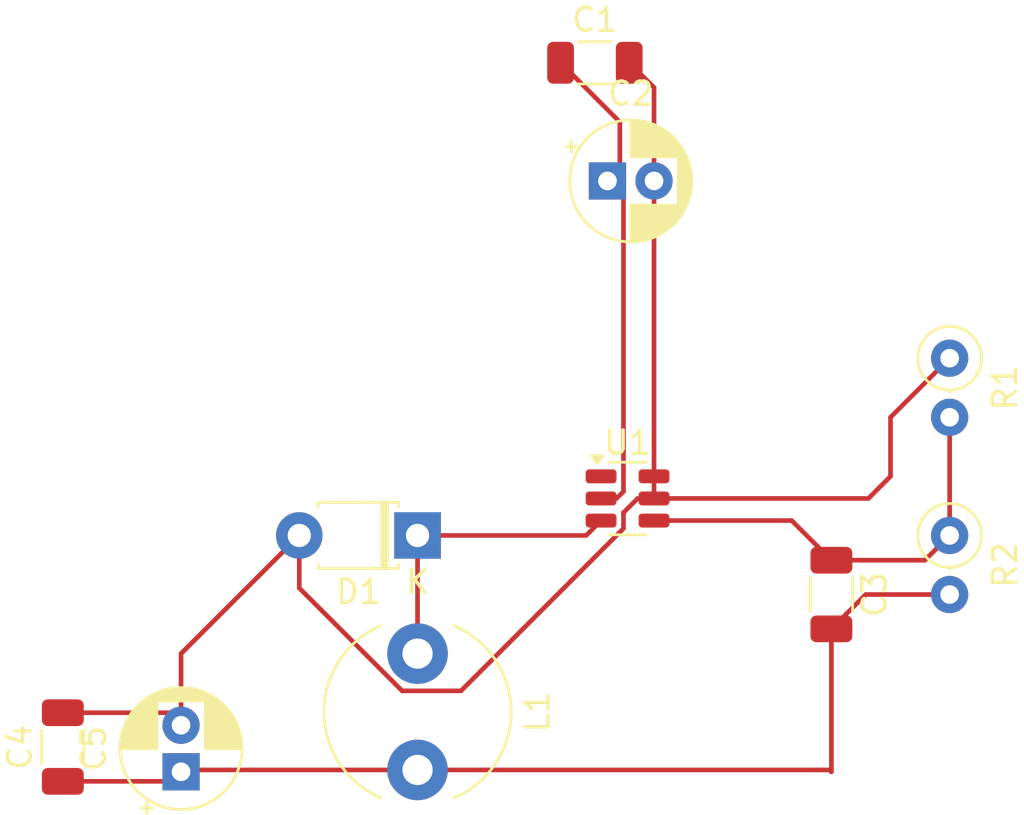
<source format=kicad_pcb>
(kicad_pcb (version 20221018) (generator pcbnew)
  (layers (0 "F.Cu" signal) (31 "B.Cu" signal) (34 "B.Paste" user) (35 "F.Paste" user) (36 "B.SilkS" user "B.Silkscreen") (37 "F.SilkS" user "F.Silkscreen") (38 "B.Mask" user) (39 "F.Mask" user) (44 "Edge.Cuts" user))
  (net 0 "")
  (net 1 "Net-(U1-VIN)")
  (net 2 "0")
  (net 3 "Net-(U1-FB)")
  (net 4 "Net-(C3-Pad2)")
  (net 5 "Net-(D1-K)")
  (net 6 "Net-(U1-SHDN)")
  (footprint "Capacitor_THT:CP_Radial_D5.0mm_P2.00mm" (layer "F.Cu") (at 157.48 106.68 90)
    (fp_text reference "C5" (at 1 -3.75 90) (layer "F.SilkS"))
    (fp_text value "100u")
    (fp_line (start -1.804775 -1.475) (end -1.304775 -1.475) (stroke (width 0.12)) (layer "F.SilkS"))
    (fp_line (start -1.554775 -1.725) (end -1.554775 -1.225) (stroke (width 0.12)) (layer "F.SilkS"))
    (fp_line (start 1 -2.58) (end 1 -1.04) (stroke (width 0.12)) (layer "F.SilkS"))
    (fp_line (start 1 1.04) (end 1 2.58) (stroke (width 0.12)) (layer "F.SilkS"))
    (fp_line (start 1.04 -2.58) (end 1.04 -1.04) (stroke (width 0.12)) (layer "F.SilkS"))
    (fp_line (start 1.04 1.04) (end 1.04 2.58) (stroke (width 0.12)) (layer "F.SilkS"))
    (fp_line (start 1.08 -2.579) (end 1.08 -1.04) (stroke (width 0.12)) (layer "F.SilkS"))
    (fp_line (start 1.08 1.04) (end 1.08 2.579) (stroke (width 0.12)) (layer "F.SilkS"))
    (fp_line (start 1.12 -2.578) (end 1.12 -1.04) (stroke (width 0.12)) (layer "F.SilkS"))
    (fp_line (start 1.12 1.04) (end 1.12 2.578) (stroke (width 0.12)) (layer "F.SilkS"))
    (fp_line (start 1.16 -2.576) (end 1.16 -1.04) (stroke (width 0.12)) (layer "F.SilkS"))
    (fp_line (start 1.16 1.04) (end 1.16 2.576) (stroke (width 0.12)) (layer "F.SilkS"))
    (fp_line (start 1.2 -2.573) (end 1.2 -1.04) (stroke (width 0.12)) (layer "F.SilkS"))
    (fp_line (start 1.2 1.04) (end 1.2 2.573) (stroke (width 0.12)) (layer "F.SilkS"))
    (fp_line (start 1.24 -2.569) (end 1.24 -1.04) (stroke (width 0.12)) (layer "F.SilkS"))
    (fp_line (start 1.24 1.04) (end 1.24 2.569) (stroke (width 0.12)) (layer "F.SilkS"))
    (fp_line (start 1.28 -2.565) (end 1.28 -1.04) (stroke (width 0.12)) (layer "F.SilkS"))
    (fp_line (start 1.28 1.04) (end 1.28 2.565) (stroke (width 0.12)) (layer "F.SilkS"))
    (fp_line (start 1.32 -2.561) (end 1.32 -1.04) (stroke (width 0.12)) (layer "F.SilkS"))
    (fp_line (start 1.32 1.04) (end 1.32 2.561) (stroke (width 0.12)) (layer "F.SilkS"))
    (fp_line (start 1.36 -2.556) (end 1.36 -1.04) (stroke (width 0.12)) (layer "F.SilkS"))
    (fp_line (start 1.36 1.04) (end 1.36 2.556) (stroke (width 0.12)) (layer "F.SilkS"))
    (fp_line (start 1.4 -2.55) (end 1.4 -1.04) (stroke (width 0.12)) (layer "F.SilkS"))
    (fp_line (start 1.4 1.04) (end 1.4 2.55) (stroke (width 0.12)) (layer "F.SilkS"))
    (fp_line (start 1.44 -2.543) (end 1.44 -1.04) (stroke (width 0.12)) (layer "F.SilkS"))
    (fp_line (start 1.44 1.04) (end 1.44 2.543) (stroke (width 0.12)) (layer "F.SilkS"))
    (fp_line (start 1.48 -2.536) (end 1.48 -1.04) (stroke (width 0.12)) (layer "F.SilkS"))
    (fp_line (start 1.48 1.04) (end 1.48 2.536) (stroke (width 0.12)) (layer "F.SilkS"))
    (fp_line (start 1.52 -2.528) (end 1.52 -1.04) (stroke (width 0.12)) (layer "F.SilkS"))
    (fp_line (start 1.52 1.04) (end 1.52 2.528) (stroke (width 0.12)) (layer "F.SilkS"))
    (fp_line (start 1.56 -2.52) (end 1.56 -1.04) (stroke (width 0.12)) (layer "F.SilkS"))
    (fp_line (start 1.56 1.04) (end 1.56 2.52) (stroke (width 0.12)) (layer "F.SilkS"))
    (fp_line (start 1.6 -2.511) (end 1.6 -1.04) (stroke (width 0.12)) (layer "F.SilkS"))
    (fp_line (start 1.6 1.04) (end 1.6 2.511) (stroke (width 0.12)) (layer "F.SilkS"))
    (fp_line (start 1.64 -2.501) (end 1.64 -1.04) (stroke (width 0.12)) (layer "F.SilkS"))
    (fp_line (start 1.64 1.04) (end 1.64 2.501) (stroke (width 0.12)) (layer "F.SilkS"))
    (fp_line (start 1.68 -2.491) (end 1.68 -1.04) (stroke (width 0.12)) (layer "F.SilkS"))
    (fp_line (start 1.68 1.04) (end 1.68 2.491) (stroke (width 0.12)) (layer "F.SilkS"))
    (fp_line (start 1.721 -2.48) (end 1.721 -1.04) (stroke (width 0.12)) (layer "F.SilkS"))
    (fp_line (start 1.721 1.04) (end 1.721 2.48) (stroke (width 0.12)) (layer "F.SilkS"))
    (fp_line (start 1.761 -2.468) (end 1.761 -1.04) (stroke (width 0.12)) (layer "F.SilkS"))
    (fp_line (start 1.761 1.04) (end 1.761 2.468) (stroke (width 0.12)) (layer "F.SilkS"))
    (fp_line (start 1.801 -2.455) (end 1.801 -1.04) (stroke (width 0.12)) (layer "F.SilkS"))
    (fp_line (start 1.801 1.04) (end 1.801 2.455) (stroke (width 0.12)) (layer "F.SilkS"))
    (fp_line (start 1.841 -2.442) (end 1.841 -1.04) (stroke (width 0.12)) (layer "F.SilkS"))
    (fp_line (start 1.841 1.04) (end 1.841 2.442) (stroke (width 0.12)) (layer "F.SilkS"))
    (fp_line (start 1.881 -2.428) (end 1.881 -1.04) (stroke (width 0.12)) (layer "F.SilkS"))
    (fp_line (start 1.881 1.04) (end 1.881 2.428) (stroke (width 0.12)) (layer "F.SilkS"))
    (fp_line (start 1.921 -2.414) (end 1.921 -1.04) (stroke (width 0.12)) (layer "F.SilkS"))
    (fp_line (start 1.921 1.04) (end 1.921 2.414) (stroke (width 0.12)) (layer "F.SilkS"))
    (fp_line (start 1.961 -2.398) (end 1.961 -1.04) (stroke (width 0.12)) (layer "F.SilkS"))
    (fp_line (start 1.961 1.04) (end 1.961 2.398) (stroke (width 0.12)) (layer "F.SilkS"))
    (fp_line (start 2.001 -2.382) (end 2.001 -1.04) (stroke (width 0.12)) (layer "F.SilkS"))
    (fp_line (start 2.001 1.04) (end 2.001 2.382) (stroke (width 0.12)) (layer "F.SilkS"))
    (fp_line (start 2.041 -2.365) (end 2.041 -1.04) (stroke (width 0.12)) (layer "F.SilkS"))
    (fp_line (start 2.041 1.04) (end 2.041 2.365) (stroke (width 0.12)) (layer "F.SilkS"))
    (fp_line (start 2.081 -2.348) (end 2.081 -1.04) (stroke (width 0.12)) (layer "F.SilkS"))
    (fp_line (start 2.081 1.04) (end 2.081 2.348) (stroke (width 0.12)) (layer "F.SilkS"))
    (fp_line (start 2.121 -2.329) (end 2.121 -1.04) (stroke (width 0.12)) (layer "F.SilkS"))
    (fp_line (start 2.121 1.04) (end 2.121 2.329) (stroke (width 0.12)) (layer "F.SilkS"))
    (fp_line (start 2.161 -2.31) (end 2.161 -1.04) (stroke (width 0.12)) (layer "F.SilkS"))
    (fp_line (start 2.161 1.04) (end 2.161 2.31) (stroke (width 0.12)) (layer "F.SilkS"))
    (fp_line (start 2.201 -2.29) (end 2.201 -1.04) (stroke (width 0.12)) (layer "F.SilkS"))
    (fp_line (start 2.201 1.04) (end 2.201 2.29) (stroke (width 0.12)) (layer "F.SilkS"))
    (fp_line (start 2.241 -2.268) (end 2.241 -1.04) (stroke (width 0.12)) (layer "F.SilkS"))
    (fp_line (start 2.241 1.04) (end 2.241 2.268) (stroke (width 0.12)) (layer "F.SilkS"))
    (fp_line (start 2.281 -2.247) (end 2.281 -1.04) (stroke (width 0.12)) (layer "F.SilkS"))
    (fp_line (start 2.281 1.04) (end 2.281 2.247) (stroke (width 0.12)) (layer "F.SilkS"))
    (fp_line (start 2.321 -2.224) (end 2.321 -1.04) (stroke (width 0.12)) (layer "F.SilkS"))
    (fp_line (start 2.321 1.04) (end 2.321 2.224) (stroke (width 0.12)) (layer "F.SilkS"))
    (fp_line (start 2.361 -2.2) (end 2.361 -1.04) (stroke (width 0.12)) (layer "F.SilkS"))
    (fp_line (start 2.361 1.04) (end 2.361 2.2) (stroke (width 0.12)) (layer "F.SilkS"))
    (fp_line (start 2.401 -2.175) (end 2.401 -1.04) (stroke (width 0.12)) (layer "F.SilkS"))
    (fp_line (start 2.401 1.04) (end 2.401 2.175) (stroke (width 0.12)) (layer "F.SilkS"))
    (fp_line (start 2.441 -2.149) (end 2.441 -1.04) (stroke (width 0.12)) (layer "F.SilkS"))
    (fp_line (start 2.441 1.04) (end 2.441 2.149) (stroke (width 0.12)) (layer "F.SilkS"))
    (fp_line (start 2.481 -2.122) (end 2.481 -1.04) (stroke (width 0.12)) (layer "F.SilkS"))
    (fp_line (start 2.481 1.04) (end 2.481 2.122) (stroke (width 0.12)) (layer "F.SilkS"))
    (fp_line (start 2.521 -2.095) (end 2.521 -1.04) (stroke (width 0.12)) (layer "F.SilkS"))
    (fp_line (start 2.521 1.04) (end 2.521 2.095) (stroke (width 0.12)) (layer "F.SilkS"))
    (fp_line (start 2.561 -2.065) (end 2.561 -1.04) (stroke (width 0.12)) (layer "F.SilkS"))
    (fp_line (start 2.561 1.04) (end 2.561 2.065) (stroke (width 0.12)) (layer "F.SilkS"))
    (fp_line (start 2.601 -2.035) (end 2.601 -1.04) (stroke (width 0.12)) (layer "F.SilkS"))
    (fp_line (start 2.601 1.04) (end 2.601 2.035) (stroke (width 0.12)) (layer "F.SilkS"))
    (fp_line (start 2.641 -2.004) (end 2.641 -1.04) (stroke (width 0.12)) (layer "F.SilkS"))
    (fp_line (start 2.641 1.04) (end 2.641 2.004) (stroke (width 0.12)) (layer "F.SilkS"))
    (fp_line (start 2.681 -1.971) (end 2.681 -1.04) (stroke (width 0.12)) (layer "F.SilkS"))
    (fp_line (start 2.681 1.04) (end 2.681 1.971) (stroke (width 0.12)) (layer "F.SilkS"))
    (fp_line (start 2.721 -1.937) (end 2.721 -1.04) (stroke (width 0.12)) (layer "F.SilkS"))
    (fp_line (start 2.721 1.04) (end 2.721 1.937) (stroke (width 0.12)) (layer "F.SilkS"))
    (fp_line (start 2.761 -1.901) (end 2.761 -1.04) (stroke (width 0.12)) (layer "F.SilkS"))
    (fp_line (start 2.761 1.04) (end 2.761 1.901) (stroke (width 0.12)) (layer "F.SilkS"))
    (fp_line (start 2.801 -1.864) (end 2.801 -1.04) (stroke (width 0.12)) (layer "F.SilkS"))
    (fp_line (start 2.801 1.04) (end 2.801 1.864) (stroke (width 0.12)) (layer "F.SilkS"))
    (fp_line (start 2.841 -1.826) (end 2.841 -1.04) (stroke (width 0.12)) (layer "F.SilkS"))
    (fp_line (start 2.841 1.04) (end 2.841 1.826) (stroke (width 0.12)) (layer "F.SilkS"))
    (fp_line (start 2.881 -1.785) (end 2.881 -1.04) (stroke (width 0.12)) (layer "F.SilkS"))
    (fp_line (start 2.881 1.04) (end 2.881 1.785) (stroke (width 0.12)) (layer "F.SilkS"))
    (fp_line (start 2.921 -1.743) (end 2.921 -1.04) (stroke (width 0.12)) (layer "F.SilkS"))
    (fp_line (start 2.921 1.04) (end 2.921 1.743) (stroke (width 0.12)) (layer "F.SilkS"))
    (fp_line (start 2.961 -1.699) (end 2.961 -1.04) (stroke (width 0.12)) (layer "F.SilkS"))
    (fp_line (start 2.961 1.04) (end 2.961 1.699) (stroke (width 0.12)) (layer "F.SilkS"))
    (fp_line (start 3.001 -1.653) (end 3.001 -1.04) (stroke (width 0.12)) (layer "F.SilkS"))
    (fp_line (start 3.001 1.04) (end 3.001 1.653) (stroke (width 0.12)) (layer "F.SilkS"))
    (fp_line (start 3.041 -1.605) (end 3.041 1.605) (stroke (width 0.12)) (layer "F.SilkS"))
    (fp_line (start 3.081 -1.554) (end 3.081 1.554) (stroke (width 0.12)) (layer "F.SilkS"))
    (fp_line (start 3.121 -1.5) (end 3.121 1.5) (stroke (width 0.12)) (layer "F.SilkS"))
    (fp_line (start 3.161 -1.443) (end 3.161 1.443) (stroke (width 0.12)) (layer "F.SilkS"))
    (fp_line (start 3.201 -1.383) (end 3.201 1.383) (stroke (width 0.12)) (layer "F.SilkS"))
    (fp_line (start 3.241 -1.319) (end 3.241 1.319) (stroke (width 0.12)) (layer "F.SilkS"))
    (fp_line (start 3.281 -1.251) (end 3.281 1.251) (stroke (width 0.12)) (layer "F.SilkS"))
    (fp_line (start 3.321 -1.178) (end 3.321 1.178) (stroke (width 0.12)) (layer "F.SilkS"))
    (fp_line (start 3.361 -1.098) (end 3.361 1.098) (stroke (width 0.12)) (layer "F.SilkS"))
    (fp_line (start 3.401 -1.011) (end 3.401 1.011) (stroke (width 0.12)) (layer "F.SilkS"))
    (fp_line (start 3.441 -0.915) (end 3.441 0.915) (stroke (width 0.12)) (layer "F.SilkS"))
    (fp_line (start 3.481 -0.805) (end 3.481 0.805) (stroke (width 0.12)) (layer "F.SilkS"))
    (fp_line (start 3.521 -0.677) (end 3.521 0.677) (stroke (width 0.12)) (layer "F.SilkS"))
    (fp_line (start 3.561 -0.518) (end 3.561 0.518) (stroke (width 0.12)) (layer "F.SilkS"))
    (fp_line (start 3.601 -0.284) (end 3.601 0.284) (stroke (width 0.12)) (layer "F.SilkS"))
    (fp_circle (center 1 0) (end 3.62 0) (stroke (width 0.12)) (fill none) (layer "F.SilkS"))
    (pad "1" thru_hole rect (at 0 0 90) (size 1.6 1.6) (drill 0.8) (layers "*.Cu" "*.Mask") (net 4 "Net-(C3-Pad2)"))
    (pad "2" thru_hole circle (at 2 0 90) (size 1.6 1.6) (drill 0.8) (layers "*.Cu" "*.Mask") (net 2 "0"))
  )
  (footprint "Package_TO_SOT_SMD:TSOT-23-6" (layer "F.Cu") (at 176.6625 94.93)
    (fp_text reference "U1" (at 0 -2.4) (layer "F.SilkS"))
    (fp_text value "NJW1616")
    (fp_line (start 0 -1.56) (end -0.8 -1.56) (stroke (width 0.12)) (layer "F.SilkS"))
    (fp_line (start 0 -1.56) (end 0.8 -1.56) (stroke (width 0.12)) (layer "F.SilkS"))
    (fp_line (start 0 1.56) (end -0.8 1.56) (stroke (width 0.12)) (layer "F.SilkS"))
    (fp_line (start 0 1.56) (end 0.8 1.56) (stroke (width 0.12)) (layer "F.SilkS"))
    (fp_poly (pts (xy -1.3 -1.51) (xy -1.54 -1.84) (xy -1.06 -1.84) (xy -1.3 -1.51)) (stroke (width 0.12)) (fill solid) (layer "F.SilkS"))
    (pad "1" smd roundrect (at -1.1375 -0.95) (size 1.325 0.6) (layers "F.Cu" "F.Paste" "F.Mask") (net 6 "Net-(U1-SHDN)"))
    (pad "2" smd roundrect (at -1.1375 0) (size 1.325 0.6) (layers "F.Cu" "F.Paste" "F.Mask") (net 1 "Net-(U1-VIN)"))
    (pad "3" smd roundrect (at -1.1375 0.95) (size 1.325 0.6) (layers "F.Cu" "F.Paste" "F.Mask") (net 5 "Net-(D1-K)"))
    (pad "4" smd roundrect (at 1.1375 0.95) (size 1.325 0.6) (layers "F.Cu" "F.Paste" "F.Mask") (net 3 "Net-(U1-FB)"))
    (pad "5" smd roundrect (at 1.1375 0) (size 1.325 0.6) (layers "F.Cu" "F.Paste" "F.Mask") (net 2 "0"))
    (pad "6" smd roundrect (at 1.1375 -0.95) (size 1.325 0.6) (layers "F.Cu" "F.Paste" "F.Mask") (net 2 "0"))
  )
  (footprint "Diode_THT:D_T-1_P5.08mm_Horizontal" (layer "F.Cu") (at 167.64 96.52 180)
    (fp_text reference "D1" (at 2.54 -2.42) (layer "F.SilkS"))
    (fp_text value "1S4")
    (fp_text user "K" (at 0 -2) (layer "F.SilkS"))
    (fp_line (start 0.82 -1.42) (end 4.26 -1.42) (stroke (width 0.12)) (layer "F.SilkS"))
    (fp_line (start 0.82 -1.24) (end 0.82 -1.42) (stroke (width 0.12)) (layer "F.SilkS"))
    (fp_line (start 0.82 1.24) (end 0.82 1.42) (stroke (width 0.12)) (layer "F.SilkS"))
    (fp_line (start 0.82 1.42) (end 4.26 1.42) (stroke (width 0.12)) (layer "F.SilkS"))
    (fp_line (start 1.3 -1.42) (end 1.3 1.42) (stroke (width 0.12)) (layer "F.SilkS"))
    (fp_line (start 1.42 -1.42) (end 1.42 1.42) (stroke (width 0.12)) (layer "F.SilkS"))
    (fp_line (start 1.54 -1.42) (end 1.54 1.42) (stroke (width 0.12)) (layer "F.SilkS"))
    (fp_line (start 4.26 -1.42) (end 4.26 -1.24) (stroke (width 0.12)) (layer "F.SilkS"))
    (fp_line (start 4.26 1.42) (end 4.26 1.24) (stroke (width 0.12)) (layer "F.SilkS"))
    (pad "1" thru_hole rect (at 0 0 180) (size 2 2) (drill 1) (layers "*.Cu" "*.Mask") (net 5 "Net-(D1-K)"))
    (pad "2" thru_hole oval (at 5.08 0 180) (size 2 2) (drill 1) (layers "*.Cu" "*.Mask") (net 2 "0"))
  )
  (footprint "Resistor_THT:R_Axial_DIN0207_L6.3mm_D2.5mm_P2.54mm_Vertical" (layer "F.Cu") (at 190.5 96.52 -90)
    (fp_text reference "R2" (at 1.27 -2.37 90) (layer "F.SilkS"))
    (fp_text value "8.2k")
    (fp_line (start 1.37 0) (end 1.44 0) (stroke (width 0.12)) (layer "F.SilkS"))
    (fp_circle (center 0 0) (end 1.37 0) (stroke (width 0.12)) (fill none) (layer "F.SilkS"))
    (pad "1" thru_hole circle (at 0 0 270) (size 1.6 1.6) (drill 0.8) (layers "*.Cu" "*.Mask") (net 3 "Net-(U1-FB)"))
    (pad "2" thru_hole oval (at 2.54 0 270) (size 1.6 1.6) (drill 0.8) (layers "*.Cu" "*.Mask") (net 4 "Net-(C3-Pad2)"))
  )
  (footprint "Resistor_THT:R_Axial_DIN0207_L6.3mm_D2.5mm_P2.54mm_Vertical" (layer "F.Cu") (at 190.5 88.9 -90)
    (fp_text reference "R1" (at 1.27 -2.37 90) (layer "F.SilkS"))
    (fp_text value "4.7k")
    (fp_line (start 1.37 0) (end 1.44 0) (stroke (width 0.12)) (layer "F.SilkS"))
    (fp_circle (center 0 0) (end 1.37 0) (stroke (width 0.12)) (fill none) (layer "F.SilkS"))
    (pad "1" thru_hole circle (at 0 0 270) (size 1.6 1.6) (drill 0.8) (layers "*.Cu" "*.Mask") (net 2 "0"))
    (pad "2" thru_hole oval (at 2.54 0 270) (size 1.6 1.6) (drill 0.8) (layers "*.Cu" "*.Mask") (net 3 "Net-(U1-FB)"))
  )
  (footprint "Capacitor_SMD:C_1206_3216Metric" (layer "F.Cu") (at 152.4 105.615 90)
    (fp_text reference "C4" (at 0 -1.85 90) (layer "F.SilkS"))
    (fp_text value "10u")
    (fp_line (start -0.711252 -0.91) (end 0.711252 -0.91) (stroke (width 0.12)) (layer "F.SilkS"))
    (fp_line (start -0.711252 0.91) (end 0.711252 0.91) (stroke (width 0.12)) (layer "F.SilkS"))
    (pad "1" smd roundrect (at -1.475 0 90) (size 1.15 1.8) (layers "F.Cu" "F.Paste" "F.Mask") (roundrect_rratio 0.217391) (net 4 "Net-(C3-Pad2)"))
    (pad "2" smd roundrect (at 1.475 0 90) (size 1.15 1.8) (layers "F.Cu" "F.Paste" "F.Mask") (roundrect_rratio 0.217391) (net 2 "0"))
  )
  (footprint "Capacitor_SMD:C_1206_3216Metric" (layer "F.Cu") (at 185.42 99.06 -90)
    (fp_text reference "C3" (at 0 -1.85 90) (layer "F.SilkS"))
    (fp_text value "1u")
    (fp_line (start -0.711252 -0.91) (end 0.711252 -0.91) (stroke (width 0.12)) (layer "F.SilkS"))
    (fp_line (start -0.711252 0.91) (end 0.711252 0.91) (stroke (width 0.12)) (layer "F.SilkS"))
    (pad "1" smd roundrect (at -1.475 0 270) (size 1.15 1.8) (layers "F.Cu" "F.Paste" "F.Mask") (roundrect_rratio 0.217391) (net 3 "Net-(U1-FB)"))
    (pad "2" smd roundrect (at 1.475 0 270) (size 1.15 1.8) (layers "F.Cu" "F.Paste" "F.Mask") (roundrect_rratio 0.217391) (net 4 "Net-(C3-Pad2)"))
  )
  (footprint "Capacitor_SMD:C_1206_3216Metric" (layer "F.Cu") (at 175.26 76.2)
    (fp_text reference "C1" (at 0 -1.85) (layer "F.SilkS"))
    (fp_text value "10u")
    (fp_line (start -0.711252 -0.91) (end 0.711252 -0.91) (stroke (width 0.12)) (layer "F.SilkS"))
    (fp_line (start -0.711252 0.91) (end 0.711252 0.91) (stroke (width 0.12)) (layer "F.SilkS"))
    (pad "1" smd roundrect (at -1.475 0) (size 1.15 1.8) (layers "F.Cu" "F.Paste" "F.Mask") (roundrect_rratio 0.217391) (net 1 "Net-(U1-VIN)"))
    (pad "2" smd roundrect (at 1.475 0) (size 1.15 1.8) (layers "F.Cu" "F.Paste" "F.Mask") (roundrect_rratio 0.217391) (net 2 "0"))
  )
  (footprint "Inductor_THT:L_Radial_D7.8mm_P5.00mm_Fastron_07HCP" (layer "F.Cu") (at 167.64 101.6 -90)
    (fp_text reference "L1" (at 2.5 -5.15 90) (layer "F.SilkS"))
    (fp_text value "47u")
    (fp_arc (start -1.20497 -1.56) (mid 2.5 -4.02) (end 6.20497 -1.56) (stroke (width 0.12)) (layer "F.SilkS"))
    (fp_arc (start 6.20497 1.56) (mid 2.5 4.02) (end -1.20497 1.56) (stroke (width 0.12)) (layer "F.SilkS"))
    (pad "1" thru_hole circle (at 0 0 270) (size 2.6 2.6) (drill 1.3) (layers "*.Cu" "*.Mask") (net 5 "Net-(D1-K)"))
    (pad "2" thru_hole circle (at 5 0 270) (size 2.6 2.6) (drill 1.3) (layers "*.Cu" "*.Mask") (net 4 "Net-(C3-Pad2)"))
  )
  (footprint "Capacitor_THT:CP_Radial_D5.0mm_P2.00mm" (layer "F.Cu") (at 175.8 81.28)
    (fp_text reference "C2" (at 1 -3.75) (layer "F.SilkS"))
    (fp_text value "100u")
    (fp_line (start -1.804775 -1.475) (end -1.304775 -1.475) (stroke (width 0.12)) (layer "F.SilkS"))
    (fp_line (start -1.554775 -1.725) (end -1.554775 -1.225) (stroke (width 0.12)) (layer "F.SilkS"))
    (fp_line (start 1 -2.58) (end 1 -1.04) (stroke (width 0.12)) (layer "F.SilkS"))
    (fp_line (start 1 1.04) (end 1 2.58) (stroke (width 0.12)) (layer "F.SilkS"))
    (fp_line (start 1.04 -2.58) (end 1.04 -1.04) (stroke (width 0.12)) (layer "F.SilkS"))
    (fp_line (start 1.04 1.04) (end 1.04 2.58) (stroke (width 0.12)) (layer "F.SilkS"))
    (fp_line (start 1.08 -2.579) (end 1.08 -1.04) (stroke (width 0.12)) (layer "F.SilkS"))
    (fp_line (start 1.08 1.04) (end 1.08 2.579) (stroke (width 0.12)) (layer "F.SilkS"))
    (fp_line (start 1.12 -2.578) (end 1.12 -1.04) (stroke (width 0.12)) (layer "F.SilkS"))
    (fp_line (start 1.12 1.04) (end 1.12 2.578) (stroke (width 0.12)) (layer "F.SilkS"))
    (fp_line (start 1.16 -2.576) (end 1.16 -1.04) (stroke (width 0.12)) (layer "F.SilkS"))
    (fp_line (start 1.16 1.04) (end 1.16 2.576) (stroke (width 0.12)) (layer "F.SilkS"))
    (fp_line (start 1.2 -2.573) (end 1.2 -1.04) (stroke (width 0.12)) (layer "F.SilkS"))
    (fp_line (start 1.2 1.04) (end 1.2 2.573) (stroke (width 0.12)) (layer "F.SilkS"))
    (fp_line (start 1.24 -2.569) (end 1.24 -1.04) (stroke (width 0.12)) (layer "F.SilkS"))
    (fp_line (start 1.24 1.04) (end 1.24 2.569) (stroke (width 0.12)) (layer "F.SilkS"))
    (fp_line (start 1.28 -2.565) (end 1.28 -1.04) (stroke (width 0.12)) (layer "F.SilkS"))
    (fp_line (start 1.28 1.04) (end 1.28 2.565) (stroke (width 0.12)) (layer "F.SilkS"))
    (fp_line (start 1.32 -2.561) (end 1.32 -1.04) (stroke (width 0.12)) (layer "F.SilkS"))
    (fp_line (start 1.32 1.04) (end 1.32 2.561) (stroke (width 0.12)) (layer "F.SilkS"))
    (fp_line (start 1.36 -2.556) (end 1.36 -1.04) (stroke (width 0.12)) (layer "F.SilkS"))
    (fp_line (start 1.36 1.04) (end 1.36 2.556) (stroke (width 0.12)) (layer "F.SilkS"))
    (fp_line (start 1.4 -2.55) (end 1.4 -1.04) (stroke (width 0.12)) (layer "F.SilkS"))
    (fp_line (start 1.4 1.04) (end 1.4 2.55) (stroke (width 0.12)) (layer "F.SilkS"))
    (fp_line (start 1.44 -2.543) (end 1.44 -1.04) (stroke (width 0.12)) (layer "F.SilkS"))
    (fp_line (start 1.44 1.04) (end 1.44 2.543) (stroke (width 0.12)) (layer "F.SilkS"))
    (fp_line (start 1.48 -2.536) (end 1.48 -1.04) (stroke (width 0.12)) (layer "F.SilkS"))
    (fp_line (start 1.48 1.04) (end 1.48 2.536) (stroke (width 0.12)) (layer "F.SilkS"))
    (fp_line (start 1.52 -2.528) (end 1.52 -1.04) (stroke (width 0.12)) (layer "F.SilkS"))
    (fp_line (start 1.52 1.04) (end 1.52 2.528) (stroke (width 0.12)) (layer "F.SilkS"))
    (fp_line (start 1.56 -2.52) (end 1.56 -1.04) (stroke (width 0.12)) (layer "F.SilkS"))
    (fp_line (start 1.56 1.04) (end 1.56 2.52) (stroke (width 0.12)) (layer "F.SilkS"))
    (fp_line (start 1.6 -2.511) (end 1.6 -1.04) (stroke (width 0.12)) (layer "F.SilkS"))
    (fp_line (start 1.6 1.04) (end 1.6 2.511) (stroke (width 0.12)) (layer "F.SilkS"))
    (fp_line (start 1.64 -2.501) (end 1.64 -1.04) (stroke (width 0.12)) (layer "F.SilkS"))
    (fp_line (start 1.64 1.04) (end 1.64 2.501) (stroke (width 0.12)) (layer "F.SilkS"))
    (fp_line (start 1.68 -2.491) (end 1.68 -1.04) (stroke (width 0.12)) (layer "F.SilkS"))
    (fp_line (start 1.68 1.04) (end 1.68 2.491) (stroke (width 0.12)) (layer "F.SilkS"))
    (fp_line (start 1.721 -2.48) (end 1.721 -1.04) (stroke (width 0.12)) (layer "F.SilkS"))
    (fp_line (start 1.721 1.04) (end 1.721 2.48) (stroke (width 0.12)) (layer "F.SilkS"))
    (fp_line (start 1.761 -2.468) (end 1.761 -1.04) (stroke (width 0.12)) (layer "F.SilkS"))
    (fp_line (start 1.761 1.04) (end 1.761 2.468) (stroke (width 0.12)) (layer "F.SilkS"))
    (fp_line (start 1.801 -2.455) (end 1.801 -1.04) (stroke (width 0.12)) (layer "F.SilkS"))
    (fp_line (start 1.801 1.04) (end 1.801 2.455) (stroke (width 0.12)) (layer "F.SilkS"))
    (fp_line (start 1.841 -2.442) (end 1.841 -1.04) (stroke (width 0.12)) (layer "F.SilkS"))
    (fp_line (start 1.841 1.04) (end 1.841 2.442) (stroke (width 0.12)) (layer "F.SilkS"))
    (fp_line (start 1.881 -2.428) (end 1.881 -1.04) (stroke (width 0.12)) (layer "F.SilkS"))
    (fp_line (start 1.881 1.04) (end 1.881 2.428) (stroke (width 0.12)) (layer "F.SilkS"))
    (fp_line (start 1.921 -2.414) (end 1.921 -1.04) (stroke (width 0.12)) (layer "F.SilkS"))
    (fp_line (start 1.921 1.04) (end 1.921 2.414) (stroke (width 0.12)) (layer "F.SilkS"))
    (fp_line (start 1.961 -2.398) (end 1.961 -1.04) (stroke (width 0.12)) (layer "F.SilkS"))
    (fp_line (start 1.961 1.04) (end 1.961 2.398) (stroke (width 0.12)) (layer "F.SilkS"))
    (fp_line (start 2.001 -2.382) (end 2.001 -1.04) (stroke (width 0.12)) (layer "F.SilkS"))
    (fp_line (start 2.001 1.04) (end 2.001 2.382) (stroke (width 0.12)) (layer "F.SilkS"))
    (fp_line (start 2.041 -2.365) (end 2.041 -1.04) (stroke (width 0.12)) (layer "F.SilkS"))
    (fp_line (start 2.041 1.04) (end 2.041 2.365) (stroke (width 0.12)) (layer "F.SilkS"))
    (fp_line (start 2.081 -2.348) (end 2.081 -1.04) (stroke (width 0.12)) (layer "F.SilkS"))
    (fp_line (start 2.081 1.04) (end 2.081 2.348) (stroke (width 0.12)) (layer "F.SilkS"))
    (fp_line (start 2.121 -2.329) (end 2.121 -1.04) (stroke (width 0.12)) (layer "F.SilkS"))
    (fp_line (start 2.121 1.04) (end 2.121 2.329) (stroke (width 0.12)) (layer "F.SilkS"))
    (fp_line (start 2.161 -2.31) (end 2.161 -1.04) (stroke (width 0.12)) (layer "F.SilkS"))
    (fp_line (start 2.161 1.04) (end 2.161 2.31) (stroke (width 0.12)) (layer "F.SilkS"))
    (fp_line (start 2.201 -2.29) (end 2.201 -1.04) (stroke (width 0.12)) (layer "F.SilkS"))
    (fp_line (start 2.201 1.04) (end 2.201 2.29) (stroke (width 0.12)) (layer "F.SilkS"))
    (fp_line (start 2.241 -2.268) (end 2.241 -1.04) (stroke (width 0.12)) (layer "F.SilkS"))
    (fp_line (start 2.241 1.04) (end 2.241 2.268) (stroke (width 0.12)) (layer "F.SilkS"))
    (fp_line (start 2.281 -2.247) (end 2.281 -1.04) (stroke (width 0.12)) (layer "F.SilkS"))
    (fp_line (start 2.281 1.04) (end 2.281 2.247) (stroke (width 0.12)) (layer "F.SilkS"))
    (fp_line (start 2.321 -2.224) (end 2.321 -1.04) (stroke (width 0.12)) (layer "F.SilkS"))
    (fp_line (start 2.321 1.04) (end 2.321 2.224) (stroke (width 0.12)) (layer "F.SilkS"))
    (fp_line (start 2.361 -2.2) (end 2.361 -1.04) (stroke (width 0.12)) (layer "F.SilkS"))
    (fp_line (start 2.361 1.04) (end 2.361 2.2) (stroke (width 0.12)) (layer "F.SilkS"))
    (fp_line (start 2.401 -2.175) (end 2.401 -1.04) (stroke (width 0.12)) (layer "F.SilkS"))
    (fp_line (start 2.401 1.04) (end 2.401 2.175) (stroke (width 0.12)) (layer "F.SilkS"))
    (fp_line (start 2.441 -2.149) (end 2.441 -1.04) (stroke (width 0.12)) (layer "F.SilkS"))
    (fp_line (start 2.441 1.04) (end 2.441 2.149) (stroke (width 0.12)) (layer "F.SilkS"))
    (fp_line (start 2.481 -2.122) (end 2.481 -1.04) (stroke (width 0.12)) (layer "F.SilkS"))
    (fp_line (start 2.481 1.04) (end 2.481 2.122) (stroke (width 0.12)) (layer "F.SilkS"))
    (fp_line (start 2.521 -2.095) (end 2.521 -1.04) (stroke (width 0.12)) (layer "F.SilkS"))
    (fp_line (start 2.521 1.04) (end 2.521 2.095) (stroke (width 0.12)) (layer "F.SilkS"))
    (fp_line (start 2.561 -2.065) (end 2.561 -1.04) (stroke (width 0.12)) (layer "F.SilkS"))
    (fp_line (start 2.561 1.04) (end 2.561 2.065) (stroke (width 0.12)) (layer "F.SilkS"))
    (fp_line (start 2.601 -2.035) (end 2.601 -1.04) (stroke (width 0.12)) (layer "F.SilkS"))
    (fp_line (start 2.601 1.04) (end 2.601 2.035) (stroke (width 0.12)) (layer "F.SilkS"))
    (fp_line (start 2.641 -2.004) (end 2.641 -1.04) (stroke (width 0.12)) (layer "F.SilkS"))
    (fp_line (start 2.641 1.04) (end 2.641 2.004) (stroke (width 0.12)) (layer "F.SilkS"))
    (fp_line (start 2.681 -1.971) (end 2.681 -1.04) (stroke (width 0.12)) (layer "F.SilkS"))
    (fp_line (start 2.681 1.04) (end 2.681 1.971) (stroke (width 0.12)) (layer "F.SilkS"))
    (fp_line (start 2.721 -1.937) (end 2.721 -1.04) (stroke (width 0.12)) (layer "F.SilkS"))
    (fp_line (start 2.721 1.04) (end 2.721 1.937) (stroke (width 0.12)) (layer "F.SilkS"))
    (fp_line (start 2.761 -1.901) (end 2.761 -1.04) (stroke (width 0.12)) (layer "F.SilkS"))
    (fp_line (start 2.761 1.04) (end 2.761 1.901) (stroke (width 0.12)) (layer "F.SilkS"))
    (fp_line (start 2.801 -1.864) (end 2.801 -1.04) (stroke (width 0.12)) (layer "F.SilkS"))
    (fp_line (start 2.801 1.04) (end 2.801 1.864) (stroke (width 0.12)) (layer "F.SilkS"))
    (fp_line (start 2.841 -1.826) (end 2.841 -1.04) (stroke (width 0.12)) (layer "F.SilkS"))
    (fp_line (start 2.841 1.04) (end 2.841 1.826) (stroke (width 0.12)) (layer "F.SilkS"))
    (fp_line (start 2.881 -1.785) (end 2.881 -1.04) (stroke (width 0.12)) (layer "F.SilkS"))
    (fp_line (start 2.881 1.04) (end 2.881 1.785) (stroke (width 0.12)) (layer "F.SilkS"))
    (fp_line (start 2.921 -1.743) (end 2.921 -1.04) (stroke (width 0.12)) (layer "F.SilkS"))
    (fp_line (start 2.921 1.04) (end 2.921 1.743) (stroke (width 0.12)) (layer "F.SilkS"))
    (fp_line (start 2.961 -1.699) (end 2.961 -1.04) (stroke (width 0.12)) (layer "F.SilkS"))
    (fp_line (start 2.961 1.04) (end 2.961 1.699) (stroke (width 0.12)) (layer "F.SilkS"))
    (fp_line (start 3.001 -1.653) (end 3.001 -1.04) (stroke (width 0.12)) (layer "F.SilkS"))
    (fp_line (start 3.001 1.04) (end 3.001 1.653) (stroke (width 0.12)) (layer "F.SilkS"))
    (fp_line (start 3.041 -1.605) (end 3.041 1.605) (stroke (width 0.12)) (layer "F.SilkS"))
    (fp_line (start 3.081 -1.554) (end 3.081 1.554) (stroke (width 0.12)) (layer "F.SilkS"))
    (fp_line (start 3.121 -1.5) (end 3.121 1.5) (stroke (width 0.12)) (layer "F.SilkS"))
    (fp_line (start 3.161 -1.443) (end 3.161 1.443) (stroke (width 0.12)) (layer "F.SilkS"))
    (fp_line (start 3.201 -1.383) (end 3.201 1.383) (stroke (width 0.12)) (layer "F.SilkS"))
    (fp_line (start 3.241 -1.319) (end 3.241 1.319) (stroke (width 0.12)) (layer "F.SilkS"))
    (fp_line (start 3.281 -1.251) (end 3.281 1.251) (stroke (width 0.12)) (layer "F.SilkS"))
    (fp_line (start 3.321 -1.178) (end 3.321 1.178) (stroke (width 0.12)) (layer "F.SilkS"))
    (fp_line (start 3.361 -1.098) (end 3.361 1.098) (stroke (width 0.12)) (layer "F.SilkS"))
    (fp_line (start 3.401 -1.011) (end 3.401 1.011) (stroke (width 0.12)) (layer "F.SilkS"))
    (fp_line (start 3.441 -0.915) (end 3.441 0.915) (stroke (width 0.12)) (layer "F.SilkS"))
    (fp_line (start 3.481 -0.805) (end 3.481 0.805) (stroke (width 0.12)) (layer "F.SilkS"))
    (fp_line (start 3.521 -0.677) (end 3.521 0.677) (stroke (width 0.12)) (layer "F.SilkS"))
    (fp_line (start 3.561 -0.518) (end 3.561 0.518) (stroke (width 0.12)) (layer "F.SilkS"))
    (fp_line (start 3.601 -0.284) (end 3.601 0.284) (stroke (width 0.12)) (layer "F.SilkS"))
    (fp_circle (center 1 0) (end 3.62 0) (stroke (width 0.12)) (fill none) (layer "F.SilkS"))
    (pad "1" thru_hole rect (at 0 0) (size 1.6 1.6) (drill 0.8) (layers "*.Cu" "*.Mask") (net 1 "Net-(U1-VIN)"))
    (pad "2" thru_hole circle (at 2 0) (size 1.6 1.6) (drill 0.8) (layers "*.Cu" "*.Mask") (net 2 "0"))
  )
  (segment (start 176.4875 94.629999) (end 176.187499 94.93) (width 0.2) (layer "F.Cu") (net 1))
  (segment (start 176.330225 78.745225) (end 176.330225 80.749775) (width 0.2) (layer "F.Cu") (net 1))
  (segment (start 173.785 76.2) (end 176.330225 78.745225) (width 0.2) (layer "F.Cu") (net 1))
  (segment (start 175.8 81.28) (end 176.4875 81.9675) (width 0.2) (layer "F.Cu") (net 1))
  (segment (start 176.187499 94.93) (end 175.525 94.93) (width 0.2) (layer "F.Cu") (net 1))
  (segment (start 176.330225 80.749775) (end 175.8 81.28) (width 0.2) (layer "F.Cu") (net 1))
  (segment (start 176.4875 81.9675) (end 176.4875 94.629999) (width 0.2) (layer "F.Cu") (net 1))
  (segment (start 187.96 93.98) (end 187.96 91.44) (width 0.2) (layer "F.Cu") (net 2))
  (segment (start 176.735 76.2) (end 177.8 77.265) (width 0.2) (layer "F.Cu") (net 2))
  (segment (start 177.096948 94.93) (end 176.4875 95.539448) (width 0.2) (layer "F.Cu") (net 2))
  (segment (start 177.8 94.93) (end 187.01 94.93) (width 0.2) (layer "F.Cu") (net 2))
  (segment (start 177.8 77.265) (end 177.8 81.28) (width 0.2) (layer "F.Cu") (net 2))
  (segment (start 187.01 94.93) (end 187.96 93.98) (width 0.2) (layer "F.Cu") (net 2))
  (segment (start 187.96 91.44) (end 190.5 88.9) (width 0.2) (layer "F.Cu") (net 2))
  (segment (start 157.48 101.6) (end 157.48 104.68) (width 0.2) (layer "F.Cu") (net 2))
  (segment (start 176.4875 96.220552) (end 169.508052 103.2) (width 0.2) (layer "F.Cu") (net 2))
  (segment (start 156.94 104.14) (end 157.48 104.68) (width 0.2) (layer "F.Cu") (net 2))
  (segment (start 162.56 96.52) (end 157.48 101.6) (width 0.2) (layer "F.Cu") (net 2))
  (segment (start 152.4 104.14) (end 156.94 104.14) (width 0.2) (layer "F.Cu") (net 2))
  (segment (start 177.8 94.93) (end 177.096948 94.93) (width 0.2) (layer "F.Cu") (net 2))
  (segment (start 176.4875 95.539448) (end 176.4875 96.220552) (width 0.2) (layer "F.Cu") (net 2))
  (segment (start 166.977258 103.2) (end 162.56 98.782742) (width 0.2) (layer "F.Cu") (net 2))
  (segment (start 169.508052 103.2) (end 166.977258 103.2) (width 0.2) (layer "F.Cu") (net 2))
  (segment (start 162.56 98.782742) (end 162.56 96.52) (width 0.2) (layer "F.Cu") (net 2))
  (segment (start 177.8 94.93) (end 177.8 81.28) (width 0.2) (layer "F.Cu") (net 2))
  (segment (start 177.8 95.88) (end 183.715 95.88) (width 0.2) (layer "F.Cu") (net 3))
  (segment (start 189.435 97.585) (end 190.5 96.52) (width 0.2) (layer "F.Cu") (net 3))
  (segment (start 183.715 95.88) (end 185.42 97.585) (width 0.2) (layer "F.Cu") (net 3))
  (segment (start 185.42 97.585) (end 189.435 97.585) (width 0.2) (layer "F.Cu") (net 3))
  (segment (start 190.5 91.44) (end 190.5 96.52) (width 0.2) (layer "F.Cu") (net 3))
  (segment (start 152.4 107.09) (end 157.07 107.09) (width 0.2) (layer "F.Cu") (net 4))
  (segment (start 186.895 99.06) (end 185.42 100.535) (width 0.2) (layer "F.Cu") (net 4))
  (segment (start 185.34 106.6) (end 167.64 106.6) (width 0.2) (layer "F.Cu") (net 4))
  (segment (start 167.64 106.6) (end 157.56 106.6) (width 0.2) (layer "F.Cu") (net 4))
  (segment (start 157.56 106.6) (end 157.48 106.68) (width 0.2) (layer "F.Cu") (net 4))
  (segment (start 157.07 107.09) (end 157.48 106.68) (width 0.2) (layer "F.Cu") (net 4))
  (segment (start 185.42 100.535) (end 185.42 106.68) (width 0.2) (layer "F.Cu") (net 4))
  (segment (start 190.5 99.06) (end 186.895 99.06) (width 0.2) (layer "F.Cu") (net 4))
  (segment (start 185.42 106.68) (end 185.34 106.6) (width 0.2) (layer "F.Cu") (net 4))
  (segment (start 167.64 96.52) (end 167.64 101.6) (width 0.2) (layer "F.Cu") (net 5))
  (segment (start 174.885 96.52) (end 175.525 95.88) (width 0.2) (layer "F.Cu") (net 5))
  (segment (start 167.64 96.52) (end 174.885 96.52) (width 0.2) (layer "F.Cu") (net 5))
)
</source>
